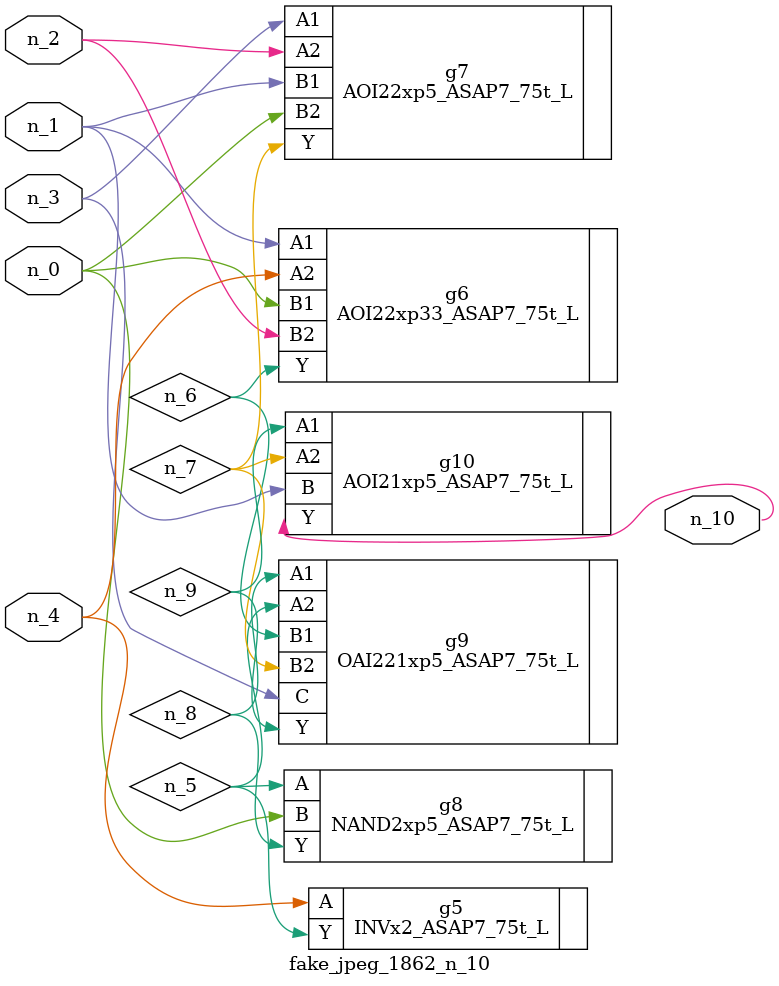
<source format=v>
module fake_jpeg_1862_n_10 (n_3, n_2, n_1, n_0, n_4, n_10);

input n_3;
input n_2;
input n_1;
input n_0;
input n_4;

output n_10;

wire n_8;
wire n_9;
wire n_6;
wire n_5;
wire n_7;

INVx2_ASAP7_75t_L g5 ( 
.A(n_4),
.Y(n_5)
);

AOI22xp33_ASAP7_75t_L g6 ( 
.A1(n_1),
.A2(n_4),
.B1(n_0),
.B2(n_2),
.Y(n_6)
);

AOI22xp5_ASAP7_75t_L g7 ( 
.A1(n_3),
.A2(n_2),
.B1(n_1),
.B2(n_0),
.Y(n_7)
);

NAND2xp5_ASAP7_75t_L g8 ( 
.A(n_5),
.B(n_0),
.Y(n_8)
);

OAI221xp5_ASAP7_75t_L g9 ( 
.A1(n_8),
.A2(n_5),
.B1(n_6),
.B2(n_7),
.C(n_3),
.Y(n_9)
);

AOI21xp5_ASAP7_75t_L g10 ( 
.A1(n_9),
.A2(n_7),
.B(n_1),
.Y(n_10)
);


endmodule
</source>
